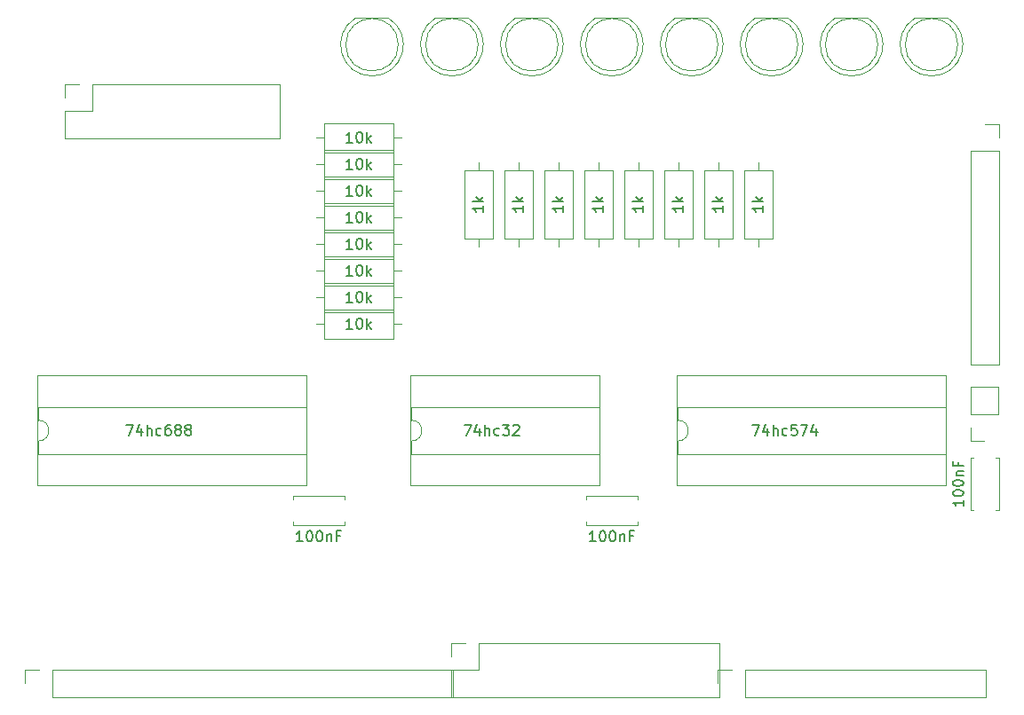
<source format=gbr>
%TF.GenerationSoftware,KiCad,Pcbnew,6.0.11+dfsg-1*%
%TF.CreationDate,2025-09-19T17:12:34+02:00*%
%TF.ProjectId,out,6f75742e-6b69-4636-9164-5f7063625858,rev?*%
%TF.SameCoordinates,Original*%
%TF.FileFunction,Legend,Top*%
%TF.FilePolarity,Positive*%
%FSLAX46Y46*%
G04 Gerber Fmt 4.6, Leading zero omitted, Abs format (unit mm)*
G04 Created by KiCad (PCBNEW 6.0.11+dfsg-1) date 2025-09-19 17:12:34*
%MOMM*%
%LPD*%
G01*
G04 APERTURE LIST*
%ADD10C,0.150000*%
%ADD11C,0.120000*%
G04 APERTURE END LIST*
D10*
%TO.C,1k*%
X145232380Y-85209047D02*
X145232380Y-85780476D01*
X145232380Y-85494761D02*
X144232380Y-85494761D01*
X144375238Y-85590000D01*
X144470476Y-85685238D01*
X144518095Y-85780476D01*
X145232380Y-84780476D02*
X144232380Y-84780476D01*
X144851428Y-84685238D02*
X145232380Y-84399523D01*
X144565714Y-84399523D02*
X144946666Y-84780476D01*
X149042380Y-85209047D02*
X149042380Y-85780476D01*
X149042380Y-85494761D02*
X148042380Y-85494761D01*
X148185238Y-85590000D01*
X148280476Y-85685238D01*
X148328095Y-85780476D01*
X149042380Y-84780476D02*
X148042380Y-84780476D01*
X148661428Y-84685238D02*
X149042380Y-84399523D01*
X148375714Y-84399523D02*
X148756666Y-84780476D01*
%TO.C,74hc32*%
X143407142Y-106132380D02*
X144073809Y-106132380D01*
X143645238Y-107132380D01*
X144883333Y-106465714D02*
X144883333Y-107132380D01*
X144645238Y-106084761D02*
X144407142Y-106799047D01*
X145026190Y-106799047D01*
X145407142Y-107132380D02*
X145407142Y-106132380D01*
X145835714Y-107132380D02*
X145835714Y-106608571D01*
X145788095Y-106513333D01*
X145692857Y-106465714D01*
X145550000Y-106465714D01*
X145454761Y-106513333D01*
X145407142Y-106560952D01*
X146740476Y-107084761D02*
X146645238Y-107132380D01*
X146454761Y-107132380D01*
X146359523Y-107084761D01*
X146311904Y-107037142D01*
X146264285Y-106941904D01*
X146264285Y-106656190D01*
X146311904Y-106560952D01*
X146359523Y-106513333D01*
X146454761Y-106465714D01*
X146645238Y-106465714D01*
X146740476Y-106513333D01*
X147073809Y-106132380D02*
X147692857Y-106132380D01*
X147359523Y-106513333D01*
X147502380Y-106513333D01*
X147597619Y-106560952D01*
X147645238Y-106608571D01*
X147692857Y-106703809D01*
X147692857Y-106941904D01*
X147645238Y-107037142D01*
X147597619Y-107084761D01*
X147502380Y-107132380D01*
X147216666Y-107132380D01*
X147121428Y-107084761D01*
X147073809Y-107037142D01*
X148073809Y-106227619D02*
X148121428Y-106180000D01*
X148216666Y-106132380D01*
X148454761Y-106132380D01*
X148550000Y-106180000D01*
X148597619Y-106227619D01*
X148645238Y-106322857D01*
X148645238Y-106418095D01*
X148597619Y-106560952D01*
X148026190Y-107132380D01*
X148645238Y-107132380D01*
%TO.C,1k*%
X168092380Y-85209047D02*
X168092380Y-85780476D01*
X168092380Y-85494761D02*
X167092380Y-85494761D01*
X167235238Y-85590000D01*
X167330476Y-85685238D01*
X167378095Y-85780476D01*
X168092380Y-84780476D02*
X167092380Y-84780476D01*
X167711428Y-84685238D02*
X168092380Y-84399523D01*
X167425714Y-84399523D02*
X167806666Y-84780476D01*
%TO.C,100nF*%
X127992380Y-117252380D02*
X127420952Y-117252380D01*
X127706666Y-117252380D02*
X127706666Y-116252380D01*
X127611428Y-116395238D01*
X127516190Y-116490476D01*
X127420952Y-116538095D01*
X128611428Y-116252380D02*
X128706666Y-116252380D01*
X128801904Y-116300000D01*
X128849523Y-116347619D01*
X128897142Y-116442857D01*
X128944761Y-116633333D01*
X128944761Y-116871428D01*
X128897142Y-117061904D01*
X128849523Y-117157142D01*
X128801904Y-117204761D01*
X128706666Y-117252380D01*
X128611428Y-117252380D01*
X128516190Y-117204761D01*
X128468571Y-117157142D01*
X128420952Y-117061904D01*
X128373333Y-116871428D01*
X128373333Y-116633333D01*
X128420952Y-116442857D01*
X128468571Y-116347619D01*
X128516190Y-116300000D01*
X128611428Y-116252380D01*
X129563809Y-116252380D02*
X129659047Y-116252380D01*
X129754285Y-116300000D01*
X129801904Y-116347619D01*
X129849523Y-116442857D01*
X129897142Y-116633333D01*
X129897142Y-116871428D01*
X129849523Y-117061904D01*
X129801904Y-117157142D01*
X129754285Y-117204761D01*
X129659047Y-117252380D01*
X129563809Y-117252380D01*
X129468571Y-117204761D01*
X129420952Y-117157142D01*
X129373333Y-117061904D01*
X129325714Y-116871428D01*
X129325714Y-116633333D01*
X129373333Y-116442857D01*
X129420952Y-116347619D01*
X129468571Y-116300000D01*
X129563809Y-116252380D01*
X130325714Y-116585714D02*
X130325714Y-117252380D01*
X130325714Y-116680952D02*
X130373333Y-116633333D01*
X130468571Y-116585714D01*
X130611428Y-116585714D01*
X130706666Y-116633333D01*
X130754285Y-116728571D01*
X130754285Y-117252380D01*
X131563809Y-116728571D02*
X131230476Y-116728571D01*
X131230476Y-117252380D02*
X131230476Y-116252380D01*
X131706666Y-116252380D01*
%TO.C,1k*%
X156662380Y-85209047D02*
X156662380Y-85780476D01*
X156662380Y-85494761D02*
X155662380Y-85494761D01*
X155805238Y-85590000D01*
X155900476Y-85685238D01*
X155948095Y-85780476D01*
X156662380Y-84780476D02*
X155662380Y-84780476D01*
X156281428Y-84685238D02*
X156662380Y-84399523D01*
X155995714Y-84399523D02*
X156376666Y-84780476D01*
%TO.C,10k*%
X132754761Y-94432380D02*
X132183333Y-94432380D01*
X132469047Y-94432380D02*
X132469047Y-93432380D01*
X132373809Y-93575238D01*
X132278571Y-93670476D01*
X132183333Y-93718095D01*
X133373809Y-93432380D02*
X133469047Y-93432380D01*
X133564285Y-93480000D01*
X133611904Y-93527619D01*
X133659523Y-93622857D01*
X133707142Y-93813333D01*
X133707142Y-94051428D01*
X133659523Y-94241904D01*
X133611904Y-94337142D01*
X133564285Y-94384761D01*
X133469047Y-94432380D01*
X133373809Y-94432380D01*
X133278571Y-94384761D01*
X133230952Y-94337142D01*
X133183333Y-94241904D01*
X133135714Y-94051428D01*
X133135714Y-93813333D01*
X133183333Y-93622857D01*
X133230952Y-93527619D01*
X133278571Y-93480000D01*
X133373809Y-93432380D01*
X134135714Y-94432380D02*
X134135714Y-93432380D01*
X134230952Y-94051428D02*
X134516666Y-94432380D01*
X134516666Y-93765714D02*
X134135714Y-94146666D01*
X132754761Y-79192380D02*
X132183333Y-79192380D01*
X132469047Y-79192380D02*
X132469047Y-78192380D01*
X132373809Y-78335238D01*
X132278571Y-78430476D01*
X132183333Y-78478095D01*
X133373809Y-78192380D02*
X133469047Y-78192380D01*
X133564285Y-78240000D01*
X133611904Y-78287619D01*
X133659523Y-78382857D01*
X133707142Y-78573333D01*
X133707142Y-78811428D01*
X133659523Y-79001904D01*
X133611904Y-79097142D01*
X133564285Y-79144761D01*
X133469047Y-79192380D01*
X133373809Y-79192380D01*
X133278571Y-79144761D01*
X133230952Y-79097142D01*
X133183333Y-79001904D01*
X133135714Y-78811428D01*
X133135714Y-78573333D01*
X133183333Y-78382857D01*
X133230952Y-78287619D01*
X133278571Y-78240000D01*
X133373809Y-78192380D01*
X134135714Y-79192380D02*
X134135714Y-78192380D01*
X134230952Y-78811428D02*
X134516666Y-79192380D01*
X134516666Y-78525714D02*
X134135714Y-78906666D01*
X132754761Y-86812380D02*
X132183333Y-86812380D01*
X132469047Y-86812380D02*
X132469047Y-85812380D01*
X132373809Y-85955238D01*
X132278571Y-86050476D01*
X132183333Y-86098095D01*
X133373809Y-85812380D02*
X133469047Y-85812380D01*
X133564285Y-85860000D01*
X133611904Y-85907619D01*
X133659523Y-86002857D01*
X133707142Y-86193333D01*
X133707142Y-86431428D01*
X133659523Y-86621904D01*
X133611904Y-86717142D01*
X133564285Y-86764761D01*
X133469047Y-86812380D01*
X133373809Y-86812380D01*
X133278571Y-86764761D01*
X133230952Y-86717142D01*
X133183333Y-86621904D01*
X133135714Y-86431428D01*
X133135714Y-86193333D01*
X133183333Y-86002857D01*
X133230952Y-85907619D01*
X133278571Y-85860000D01*
X133373809Y-85812380D01*
X134135714Y-86812380D02*
X134135714Y-85812380D01*
X134230952Y-86431428D02*
X134516666Y-86812380D01*
X134516666Y-86145714D02*
X134135714Y-86526666D01*
%TO.C,74hc574*%
X170870952Y-106132380D02*
X171537619Y-106132380D01*
X171109047Y-107132380D01*
X172347142Y-106465714D02*
X172347142Y-107132380D01*
X172109047Y-106084761D02*
X171870952Y-106799047D01*
X172490000Y-106799047D01*
X172870952Y-107132380D02*
X172870952Y-106132380D01*
X173299523Y-107132380D02*
X173299523Y-106608571D01*
X173251904Y-106513333D01*
X173156666Y-106465714D01*
X173013809Y-106465714D01*
X172918571Y-106513333D01*
X172870952Y-106560952D01*
X174204285Y-107084761D02*
X174109047Y-107132380D01*
X173918571Y-107132380D01*
X173823333Y-107084761D01*
X173775714Y-107037142D01*
X173728095Y-106941904D01*
X173728095Y-106656190D01*
X173775714Y-106560952D01*
X173823333Y-106513333D01*
X173918571Y-106465714D01*
X174109047Y-106465714D01*
X174204285Y-106513333D01*
X175109047Y-106132380D02*
X174632857Y-106132380D01*
X174585238Y-106608571D01*
X174632857Y-106560952D01*
X174728095Y-106513333D01*
X174966190Y-106513333D01*
X175061428Y-106560952D01*
X175109047Y-106608571D01*
X175156666Y-106703809D01*
X175156666Y-106941904D01*
X175109047Y-107037142D01*
X175061428Y-107084761D01*
X174966190Y-107132380D01*
X174728095Y-107132380D01*
X174632857Y-107084761D01*
X174585238Y-107037142D01*
X175490000Y-106132380D02*
X176156666Y-106132380D01*
X175728095Y-107132380D01*
X176966190Y-106465714D02*
X176966190Y-107132380D01*
X176728095Y-106084761D02*
X176490000Y-106799047D01*
X177109047Y-106799047D01*
%TO.C,10k*%
X132754761Y-91892380D02*
X132183333Y-91892380D01*
X132469047Y-91892380D02*
X132469047Y-90892380D01*
X132373809Y-91035238D01*
X132278571Y-91130476D01*
X132183333Y-91178095D01*
X133373809Y-90892380D02*
X133469047Y-90892380D01*
X133564285Y-90940000D01*
X133611904Y-90987619D01*
X133659523Y-91082857D01*
X133707142Y-91273333D01*
X133707142Y-91511428D01*
X133659523Y-91701904D01*
X133611904Y-91797142D01*
X133564285Y-91844761D01*
X133469047Y-91892380D01*
X133373809Y-91892380D01*
X133278571Y-91844761D01*
X133230952Y-91797142D01*
X133183333Y-91701904D01*
X133135714Y-91511428D01*
X133135714Y-91273333D01*
X133183333Y-91082857D01*
X133230952Y-90987619D01*
X133278571Y-90940000D01*
X133373809Y-90892380D01*
X134135714Y-91892380D02*
X134135714Y-90892380D01*
X134230952Y-91511428D02*
X134516666Y-91892380D01*
X134516666Y-91225714D02*
X134135714Y-91606666D01*
%TO.C,1k*%
X152852380Y-85209047D02*
X152852380Y-85780476D01*
X152852380Y-85494761D02*
X151852380Y-85494761D01*
X151995238Y-85590000D01*
X152090476Y-85685238D01*
X152138095Y-85780476D01*
X152852380Y-84780476D02*
X151852380Y-84780476D01*
X152471428Y-84685238D02*
X152852380Y-84399523D01*
X152185714Y-84399523D02*
X152566666Y-84780476D01*
X164282380Y-85209047D02*
X164282380Y-85780476D01*
X164282380Y-85494761D02*
X163282380Y-85494761D01*
X163425238Y-85590000D01*
X163520476Y-85685238D01*
X163568095Y-85780476D01*
X164282380Y-84780476D02*
X163282380Y-84780476D01*
X163901428Y-84685238D02*
X164282380Y-84399523D01*
X163615714Y-84399523D02*
X163996666Y-84780476D01*
%TO.C,10k*%
X132754761Y-84272380D02*
X132183333Y-84272380D01*
X132469047Y-84272380D02*
X132469047Y-83272380D01*
X132373809Y-83415238D01*
X132278571Y-83510476D01*
X132183333Y-83558095D01*
X133373809Y-83272380D02*
X133469047Y-83272380D01*
X133564285Y-83320000D01*
X133611904Y-83367619D01*
X133659523Y-83462857D01*
X133707142Y-83653333D01*
X133707142Y-83891428D01*
X133659523Y-84081904D01*
X133611904Y-84177142D01*
X133564285Y-84224761D01*
X133469047Y-84272380D01*
X133373809Y-84272380D01*
X133278571Y-84224761D01*
X133230952Y-84177142D01*
X133183333Y-84081904D01*
X133135714Y-83891428D01*
X133135714Y-83653333D01*
X133183333Y-83462857D01*
X133230952Y-83367619D01*
X133278571Y-83320000D01*
X133373809Y-83272380D01*
X134135714Y-84272380D02*
X134135714Y-83272380D01*
X134230952Y-83891428D02*
X134516666Y-84272380D01*
X134516666Y-83605714D02*
X134135714Y-83986666D01*
X132754761Y-89352380D02*
X132183333Y-89352380D01*
X132469047Y-89352380D02*
X132469047Y-88352380D01*
X132373809Y-88495238D01*
X132278571Y-88590476D01*
X132183333Y-88638095D01*
X133373809Y-88352380D02*
X133469047Y-88352380D01*
X133564285Y-88400000D01*
X133611904Y-88447619D01*
X133659523Y-88542857D01*
X133707142Y-88733333D01*
X133707142Y-88971428D01*
X133659523Y-89161904D01*
X133611904Y-89257142D01*
X133564285Y-89304761D01*
X133469047Y-89352380D01*
X133373809Y-89352380D01*
X133278571Y-89304761D01*
X133230952Y-89257142D01*
X133183333Y-89161904D01*
X133135714Y-88971428D01*
X133135714Y-88733333D01*
X133183333Y-88542857D01*
X133230952Y-88447619D01*
X133278571Y-88400000D01*
X133373809Y-88352380D01*
X134135714Y-89352380D02*
X134135714Y-88352380D01*
X134230952Y-88971428D02*
X134516666Y-89352380D01*
X134516666Y-88685714D02*
X134135714Y-89066666D01*
%TO.C,1k*%
X160472380Y-85209047D02*
X160472380Y-85780476D01*
X160472380Y-85494761D02*
X159472380Y-85494761D01*
X159615238Y-85590000D01*
X159710476Y-85685238D01*
X159758095Y-85780476D01*
X160472380Y-84780476D02*
X159472380Y-84780476D01*
X160091428Y-84685238D02*
X160472380Y-84399523D01*
X159805714Y-84399523D02*
X160186666Y-84780476D01*
%TO.C,10k*%
X132754761Y-96972380D02*
X132183333Y-96972380D01*
X132469047Y-96972380D02*
X132469047Y-95972380D01*
X132373809Y-96115238D01*
X132278571Y-96210476D01*
X132183333Y-96258095D01*
X133373809Y-95972380D02*
X133469047Y-95972380D01*
X133564285Y-96020000D01*
X133611904Y-96067619D01*
X133659523Y-96162857D01*
X133707142Y-96353333D01*
X133707142Y-96591428D01*
X133659523Y-96781904D01*
X133611904Y-96877142D01*
X133564285Y-96924761D01*
X133469047Y-96972380D01*
X133373809Y-96972380D01*
X133278571Y-96924761D01*
X133230952Y-96877142D01*
X133183333Y-96781904D01*
X133135714Y-96591428D01*
X133135714Y-96353333D01*
X133183333Y-96162857D01*
X133230952Y-96067619D01*
X133278571Y-96020000D01*
X133373809Y-95972380D01*
X134135714Y-96972380D02*
X134135714Y-95972380D01*
X134230952Y-96591428D02*
X134516666Y-96972380D01*
X134516666Y-96305714D02*
X134135714Y-96686666D01*
%TO.C,100nF*%
X190992380Y-113307619D02*
X190992380Y-113879047D01*
X190992380Y-113593333D02*
X189992380Y-113593333D01*
X190135238Y-113688571D01*
X190230476Y-113783809D01*
X190278095Y-113879047D01*
X189992380Y-112688571D02*
X189992380Y-112593333D01*
X190040000Y-112498095D01*
X190087619Y-112450476D01*
X190182857Y-112402857D01*
X190373333Y-112355238D01*
X190611428Y-112355238D01*
X190801904Y-112402857D01*
X190897142Y-112450476D01*
X190944761Y-112498095D01*
X190992380Y-112593333D01*
X190992380Y-112688571D01*
X190944761Y-112783809D01*
X190897142Y-112831428D01*
X190801904Y-112879047D01*
X190611428Y-112926666D01*
X190373333Y-112926666D01*
X190182857Y-112879047D01*
X190087619Y-112831428D01*
X190040000Y-112783809D01*
X189992380Y-112688571D01*
X189992380Y-111736190D02*
X189992380Y-111640952D01*
X190040000Y-111545714D01*
X190087619Y-111498095D01*
X190182857Y-111450476D01*
X190373333Y-111402857D01*
X190611428Y-111402857D01*
X190801904Y-111450476D01*
X190897142Y-111498095D01*
X190944761Y-111545714D01*
X190992380Y-111640952D01*
X190992380Y-111736190D01*
X190944761Y-111831428D01*
X190897142Y-111879047D01*
X190801904Y-111926666D01*
X190611428Y-111974285D01*
X190373333Y-111974285D01*
X190182857Y-111926666D01*
X190087619Y-111879047D01*
X190040000Y-111831428D01*
X189992380Y-111736190D01*
X190325714Y-110974285D02*
X190992380Y-110974285D01*
X190420952Y-110974285D02*
X190373333Y-110926666D01*
X190325714Y-110831428D01*
X190325714Y-110688571D01*
X190373333Y-110593333D01*
X190468571Y-110545714D01*
X190992380Y-110545714D01*
X190468571Y-109736190D02*
X190468571Y-110069523D01*
X190992380Y-110069523D02*
X189992380Y-110069523D01*
X189992380Y-109593333D01*
X155932380Y-117252380D02*
X155360952Y-117252380D01*
X155646666Y-117252380D02*
X155646666Y-116252380D01*
X155551428Y-116395238D01*
X155456190Y-116490476D01*
X155360952Y-116538095D01*
X156551428Y-116252380D02*
X156646666Y-116252380D01*
X156741904Y-116300000D01*
X156789523Y-116347619D01*
X156837142Y-116442857D01*
X156884761Y-116633333D01*
X156884761Y-116871428D01*
X156837142Y-117061904D01*
X156789523Y-117157142D01*
X156741904Y-117204761D01*
X156646666Y-117252380D01*
X156551428Y-117252380D01*
X156456190Y-117204761D01*
X156408571Y-117157142D01*
X156360952Y-117061904D01*
X156313333Y-116871428D01*
X156313333Y-116633333D01*
X156360952Y-116442857D01*
X156408571Y-116347619D01*
X156456190Y-116300000D01*
X156551428Y-116252380D01*
X157503809Y-116252380D02*
X157599047Y-116252380D01*
X157694285Y-116300000D01*
X157741904Y-116347619D01*
X157789523Y-116442857D01*
X157837142Y-116633333D01*
X157837142Y-116871428D01*
X157789523Y-117061904D01*
X157741904Y-117157142D01*
X157694285Y-117204761D01*
X157599047Y-117252380D01*
X157503809Y-117252380D01*
X157408571Y-117204761D01*
X157360952Y-117157142D01*
X157313333Y-117061904D01*
X157265714Y-116871428D01*
X157265714Y-116633333D01*
X157313333Y-116442857D01*
X157360952Y-116347619D01*
X157408571Y-116300000D01*
X157503809Y-116252380D01*
X158265714Y-116585714D02*
X158265714Y-117252380D01*
X158265714Y-116680952D02*
X158313333Y-116633333D01*
X158408571Y-116585714D01*
X158551428Y-116585714D01*
X158646666Y-116633333D01*
X158694285Y-116728571D01*
X158694285Y-117252380D01*
X159503809Y-116728571D02*
X159170476Y-116728571D01*
X159170476Y-117252380D02*
X159170476Y-116252380D01*
X159646666Y-116252380D01*
%TO.C,1k*%
X171902380Y-85209047D02*
X171902380Y-85780476D01*
X171902380Y-85494761D02*
X170902380Y-85494761D01*
X171045238Y-85590000D01*
X171140476Y-85685238D01*
X171188095Y-85780476D01*
X171902380Y-84780476D02*
X170902380Y-84780476D01*
X171521428Y-84685238D02*
X171902380Y-84399523D01*
X171235714Y-84399523D02*
X171616666Y-84780476D01*
%TO.C,74hc688*%
X111180952Y-106132380D02*
X111847619Y-106132380D01*
X111419047Y-107132380D01*
X112657142Y-106465714D02*
X112657142Y-107132380D01*
X112419047Y-106084761D02*
X112180952Y-106799047D01*
X112800000Y-106799047D01*
X113180952Y-107132380D02*
X113180952Y-106132380D01*
X113609523Y-107132380D02*
X113609523Y-106608571D01*
X113561904Y-106513333D01*
X113466666Y-106465714D01*
X113323809Y-106465714D01*
X113228571Y-106513333D01*
X113180952Y-106560952D01*
X114514285Y-107084761D02*
X114419047Y-107132380D01*
X114228571Y-107132380D01*
X114133333Y-107084761D01*
X114085714Y-107037142D01*
X114038095Y-106941904D01*
X114038095Y-106656190D01*
X114085714Y-106560952D01*
X114133333Y-106513333D01*
X114228571Y-106465714D01*
X114419047Y-106465714D01*
X114514285Y-106513333D01*
X115371428Y-106132380D02*
X115180952Y-106132380D01*
X115085714Y-106180000D01*
X115038095Y-106227619D01*
X114942857Y-106370476D01*
X114895238Y-106560952D01*
X114895238Y-106941904D01*
X114942857Y-107037142D01*
X114990476Y-107084761D01*
X115085714Y-107132380D01*
X115276190Y-107132380D01*
X115371428Y-107084761D01*
X115419047Y-107037142D01*
X115466666Y-106941904D01*
X115466666Y-106703809D01*
X115419047Y-106608571D01*
X115371428Y-106560952D01*
X115276190Y-106513333D01*
X115085714Y-106513333D01*
X114990476Y-106560952D01*
X114942857Y-106608571D01*
X114895238Y-106703809D01*
X116038095Y-106560952D02*
X115942857Y-106513333D01*
X115895238Y-106465714D01*
X115847619Y-106370476D01*
X115847619Y-106322857D01*
X115895238Y-106227619D01*
X115942857Y-106180000D01*
X116038095Y-106132380D01*
X116228571Y-106132380D01*
X116323809Y-106180000D01*
X116371428Y-106227619D01*
X116419047Y-106322857D01*
X116419047Y-106370476D01*
X116371428Y-106465714D01*
X116323809Y-106513333D01*
X116228571Y-106560952D01*
X116038095Y-106560952D01*
X115942857Y-106608571D01*
X115895238Y-106656190D01*
X115847619Y-106751428D01*
X115847619Y-106941904D01*
X115895238Y-107037142D01*
X115942857Y-107084761D01*
X116038095Y-107132380D01*
X116228571Y-107132380D01*
X116323809Y-107084761D01*
X116371428Y-107037142D01*
X116419047Y-106941904D01*
X116419047Y-106751428D01*
X116371428Y-106656190D01*
X116323809Y-106608571D01*
X116228571Y-106560952D01*
X116990476Y-106560952D02*
X116895238Y-106513333D01*
X116847619Y-106465714D01*
X116800000Y-106370476D01*
X116800000Y-106322857D01*
X116847619Y-106227619D01*
X116895238Y-106180000D01*
X116990476Y-106132380D01*
X117180952Y-106132380D01*
X117276190Y-106180000D01*
X117323809Y-106227619D01*
X117371428Y-106322857D01*
X117371428Y-106370476D01*
X117323809Y-106465714D01*
X117276190Y-106513333D01*
X117180952Y-106560952D01*
X116990476Y-106560952D01*
X116895238Y-106608571D01*
X116847619Y-106656190D01*
X116800000Y-106751428D01*
X116800000Y-106941904D01*
X116847619Y-107037142D01*
X116895238Y-107084761D01*
X116990476Y-107132380D01*
X117180952Y-107132380D01*
X117276190Y-107084761D01*
X117323809Y-107037142D01*
X117371428Y-106941904D01*
X117371428Y-106751428D01*
X117323809Y-106656190D01*
X117276190Y-106608571D01*
X117180952Y-106560952D01*
%TO.C,10k*%
X132754761Y-81732380D02*
X132183333Y-81732380D01*
X132469047Y-81732380D02*
X132469047Y-80732380D01*
X132373809Y-80875238D01*
X132278571Y-80970476D01*
X132183333Y-81018095D01*
X133373809Y-80732380D02*
X133469047Y-80732380D01*
X133564285Y-80780000D01*
X133611904Y-80827619D01*
X133659523Y-80922857D01*
X133707142Y-81113333D01*
X133707142Y-81351428D01*
X133659523Y-81541904D01*
X133611904Y-81637142D01*
X133564285Y-81684761D01*
X133469047Y-81732380D01*
X133373809Y-81732380D01*
X133278571Y-81684761D01*
X133230952Y-81637142D01*
X133183333Y-81541904D01*
X133135714Y-81351428D01*
X133135714Y-81113333D01*
X133183333Y-80922857D01*
X133230952Y-80827619D01*
X133278571Y-80780000D01*
X133373809Y-80732380D01*
X134135714Y-81732380D02*
X134135714Y-80732380D01*
X134230952Y-81351428D02*
X134516666Y-81732380D01*
X134516666Y-81065714D02*
X134135714Y-81446666D01*
D11*
%TO.C,REF\u002A\u002A*%
X170180000Y-132140000D02*
X193100000Y-132140000D01*
X167580000Y-129480000D02*
X168910000Y-129480000D01*
X167580000Y-130810000D02*
X167580000Y-129480000D01*
X170180000Y-132140000D02*
X170180000Y-129480000D01*
X193100000Y-132140000D02*
X193100000Y-129480000D01*
X170180000Y-129480000D02*
X193100000Y-129480000D01*
X142180000Y-132140000D02*
X142180000Y-129540000D01*
X167700000Y-132140000D02*
X167700000Y-126940000D01*
X144780000Y-126940000D02*
X167700000Y-126940000D01*
X144780000Y-129540000D02*
X144780000Y-126940000D01*
X142180000Y-126940000D02*
X143510000Y-126940000D01*
X142180000Y-132140000D02*
X167700000Y-132140000D01*
X142180000Y-129540000D02*
X144780000Y-129540000D01*
X142180000Y-128270000D02*
X142180000Y-126940000D01*
%TO.C,1k*%
X144780000Y-81050000D02*
X144780000Y-81820000D01*
X146150000Y-81820000D02*
X143410000Y-81820000D01*
X143410000Y-81820000D02*
X143410000Y-88360000D01*
X146150000Y-88360000D02*
X146150000Y-81820000D01*
X143410000Y-88360000D02*
X146150000Y-88360000D01*
X144780000Y-89130000D02*
X144780000Y-88360000D01*
X148590000Y-81050000D02*
X148590000Y-81820000D01*
X149960000Y-81820000D02*
X147220000Y-81820000D01*
X147220000Y-81820000D02*
X147220000Y-88360000D01*
X149960000Y-88360000D02*
X149960000Y-81820000D01*
X147220000Y-88360000D02*
X149960000Y-88360000D01*
X148590000Y-89130000D02*
X148590000Y-88360000D01*
%TO.C,74hc32*%
X156270000Y-104430000D02*
X138370000Y-104430000D01*
X156330000Y-111930000D02*
X156330000Y-101430000D01*
X138370000Y-107680000D02*
X138370000Y-108930000D01*
X138310000Y-111930000D02*
X156330000Y-111930000D01*
X138310000Y-101430000D02*
X138310000Y-111930000D01*
X156270000Y-108930000D02*
X156270000Y-104430000D01*
X138370000Y-104430000D02*
X138370000Y-105680000D01*
X138370000Y-108930000D02*
X156270000Y-108930000D01*
X156330000Y-101430000D02*
X138310000Y-101430000D01*
X138370000Y-107680000D02*
G75*
G03*
X138370000Y-105680000I0J1000000D01*
G01*
%TO.C,REF\u002A\u002A*%
X181885000Y-67290000D02*
X178795000Y-67290000D01*
X178795170Y-67290000D02*
G75*
G03*
X180340462Y-72840000I1544830J-2560000D01*
G01*
X180339538Y-72840000D02*
G75*
G03*
X181884830Y-67290000I462J2990000D01*
G01*
X182840000Y-69850000D02*
G75*
G03*
X182840000Y-69850000I-2500000J0D01*
G01*
X191660000Y-105092500D02*
X191660000Y-102492500D01*
X194320000Y-105092500D02*
X194320000Y-102492500D01*
X194320000Y-102492500D02*
X191660000Y-102492500D01*
X191660000Y-107692500D02*
X191660000Y-106362500D01*
X192990000Y-107692500D02*
X191660000Y-107692500D01*
X194320000Y-105092500D02*
X191660000Y-105092500D01*
X143785000Y-67290000D02*
X140695000Y-67290000D01*
X140695170Y-67290000D02*
G75*
G03*
X142240462Y-72840000I1544830J-2560000D01*
G01*
X142239538Y-72840000D02*
G75*
G03*
X143784830Y-67290000I462J2990000D01*
G01*
X144740000Y-69850000D02*
G75*
G03*
X144740000Y-69850000I-2500000J0D01*
G01*
X105350000Y-73600000D02*
X106680000Y-73600000D01*
X105350000Y-78800000D02*
X125790000Y-78800000D01*
X125790000Y-78800000D02*
X125790000Y-73600000D01*
X105350000Y-78800000D02*
X105350000Y-76200000D01*
X107950000Y-73600000D02*
X125790000Y-73600000D01*
X107950000Y-76200000D02*
X107950000Y-73600000D01*
X105350000Y-74930000D02*
X105350000Y-73600000D01*
X105350000Y-76200000D02*
X107950000Y-76200000D01*
%TO.C,1k*%
X167640000Y-81050000D02*
X167640000Y-81820000D01*
X169010000Y-81820000D02*
X166270000Y-81820000D01*
X166270000Y-81820000D02*
X166270000Y-88360000D01*
X169010000Y-88360000D02*
X169010000Y-81820000D01*
X166270000Y-88360000D02*
X169010000Y-88360000D01*
X167640000Y-89130000D02*
X167640000Y-88360000D01*
%TO.C,100nF*%
X132010000Y-113245000D02*
X132010000Y-112930000D01*
X132010000Y-115670000D02*
X132010000Y-115355000D01*
X127070000Y-115670000D02*
X127070000Y-115355000D01*
X132010000Y-115670000D02*
X127070000Y-115670000D01*
X132010000Y-112930000D02*
X127070000Y-112930000D01*
X127070000Y-113245000D02*
X127070000Y-112930000D01*
%TO.C,1k*%
X156210000Y-81050000D02*
X156210000Y-81820000D01*
X157580000Y-81820000D02*
X154840000Y-81820000D01*
X154840000Y-81820000D02*
X154840000Y-88360000D01*
X157580000Y-88360000D02*
X157580000Y-81820000D01*
X154840000Y-88360000D02*
X157580000Y-88360000D01*
X156210000Y-89130000D02*
X156210000Y-88360000D01*
%TO.C,10k*%
X129310000Y-93980000D02*
X130080000Y-93980000D01*
X130080000Y-92610000D02*
X130080000Y-95350000D01*
X130080000Y-95350000D02*
X136620000Y-95350000D01*
X136620000Y-92610000D02*
X130080000Y-92610000D01*
X136620000Y-95350000D02*
X136620000Y-92610000D01*
X137390000Y-93980000D02*
X136620000Y-93980000D01*
X129310000Y-78740000D02*
X130080000Y-78740000D01*
X130080000Y-77370000D02*
X130080000Y-80110000D01*
X130080000Y-80110000D02*
X136620000Y-80110000D01*
X136620000Y-77370000D02*
X130080000Y-77370000D01*
X136620000Y-80110000D02*
X136620000Y-77370000D01*
X137390000Y-78740000D02*
X136620000Y-78740000D01*
X129310000Y-86360000D02*
X130080000Y-86360000D01*
X130080000Y-84990000D02*
X130080000Y-87730000D01*
X130080000Y-87730000D02*
X136620000Y-87730000D01*
X136620000Y-84990000D02*
X130080000Y-84990000D01*
X136620000Y-87730000D02*
X136620000Y-84990000D01*
X137390000Y-86360000D02*
X136620000Y-86360000D01*
%TO.C,REF\u002A\u002A*%
X151405000Y-67290000D02*
X148315000Y-67290000D01*
X148315170Y-67290000D02*
G75*
G03*
X149860462Y-72840000I1544830J-2560000D01*
G01*
X149859538Y-72840000D02*
G75*
G03*
X151404830Y-67290000I462J2990000D01*
G01*
X152360000Y-69850000D02*
G75*
G03*
X152360000Y-69850000I-2500000J0D01*
G01*
%TO.C,74hc574*%
X189350000Y-111930000D02*
X189350000Y-101430000D01*
X163770000Y-104430000D02*
X163770000Y-105680000D01*
X163710000Y-101430000D02*
X163710000Y-111930000D01*
X189290000Y-104430000D02*
X163770000Y-104430000D01*
X189350000Y-101430000D02*
X163710000Y-101430000D01*
X163770000Y-108930000D02*
X189290000Y-108930000D01*
X163710000Y-111930000D02*
X189350000Y-111930000D01*
X189290000Y-108930000D02*
X189290000Y-104430000D01*
X163770000Y-107680000D02*
X163770000Y-108930000D01*
X163770000Y-107680000D02*
G75*
G03*
X163770000Y-105680000I0J1000000D01*
G01*
%TO.C,10k*%
X129310000Y-91440000D02*
X130080000Y-91440000D01*
X130080000Y-90070000D02*
X130080000Y-92810000D01*
X130080000Y-92810000D02*
X136620000Y-92810000D01*
X136620000Y-90070000D02*
X130080000Y-90070000D01*
X136620000Y-92810000D02*
X136620000Y-90070000D01*
X137390000Y-91440000D02*
X136620000Y-91440000D01*
%TO.C,1k*%
X152400000Y-81050000D02*
X152400000Y-81820000D01*
X153770000Y-81820000D02*
X151030000Y-81820000D01*
X151030000Y-81820000D02*
X151030000Y-88360000D01*
X153770000Y-88360000D02*
X153770000Y-81820000D01*
X151030000Y-88360000D02*
X153770000Y-88360000D01*
X152400000Y-89130000D02*
X152400000Y-88360000D01*
X163830000Y-81050000D02*
X163830000Y-81820000D01*
X165200000Y-81820000D02*
X162460000Y-81820000D01*
X162460000Y-81820000D02*
X162460000Y-88360000D01*
X165200000Y-88360000D02*
X165200000Y-81820000D01*
X162460000Y-88360000D02*
X165200000Y-88360000D01*
X163830000Y-89130000D02*
X163830000Y-88360000D01*
%TO.C,10k*%
X129310000Y-83820000D02*
X130080000Y-83820000D01*
X130080000Y-82450000D02*
X130080000Y-85190000D01*
X130080000Y-85190000D02*
X136620000Y-85190000D01*
X136620000Y-82450000D02*
X130080000Y-82450000D01*
X136620000Y-85190000D02*
X136620000Y-82450000D01*
X137390000Y-83820000D02*
X136620000Y-83820000D01*
%TO.C,REF\u002A\u002A*%
X159025000Y-67290000D02*
X155935000Y-67290000D01*
X155935170Y-67290000D02*
G75*
G03*
X157480462Y-72840000I1544830J-2560000D01*
G01*
X157479538Y-72840000D02*
G75*
G03*
X159024830Y-67290000I462J2990000D01*
G01*
X159980000Y-69850000D02*
G75*
G03*
X159980000Y-69850000I-2500000J0D01*
G01*
X166645000Y-67290000D02*
X163555000Y-67290000D01*
X163555170Y-67290000D02*
G75*
G03*
X165100462Y-72840000I1544830J-2560000D01*
G01*
X165099538Y-72840000D02*
G75*
G03*
X166644830Y-67290000I462J2990000D01*
G01*
X167600000Y-69850000D02*
G75*
G03*
X167600000Y-69850000I-2500000J0D01*
G01*
X191710000Y-100390000D02*
X194370000Y-100390000D01*
X193040000Y-77410000D02*
X194370000Y-77410000D01*
X191710000Y-80010000D02*
X191710000Y-100390000D01*
X194370000Y-77410000D02*
X194370000Y-78740000D01*
X191710000Y-80010000D02*
X194370000Y-80010000D01*
X194370000Y-80010000D02*
X194370000Y-100390000D01*
%TO.C,10k*%
X129310000Y-88900000D02*
X130080000Y-88900000D01*
X130080000Y-87530000D02*
X130080000Y-90270000D01*
X130080000Y-90270000D02*
X136620000Y-90270000D01*
X136620000Y-87530000D02*
X130080000Y-87530000D01*
X136620000Y-90270000D02*
X136620000Y-87530000D01*
X137390000Y-88900000D02*
X136620000Y-88900000D01*
%TO.C,REF\u002A\u002A*%
X189505000Y-67290000D02*
X186415000Y-67290000D01*
X186415170Y-67290000D02*
G75*
G03*
X187960462Y-72840000I1544830J-2560000D01*
G01*
X187959538Y-72840000D02*
G75*
G03*
X189504830Y-67290000I462J2990000D01*
G01*
X190460000Y-69850000D02*
G75*
G03*
X190460000Y-69850000I-2500000J0D01*
G01*
X136165000Y-67290000D02*
X133075000Y-67290000D01*
X133075170Y-67290000D02*
G75*
G03*
X134620462Y-72840000I1544830J-2560000D01*
G01*
X134619538Y-72840000D02*
G75*
G03*
X136164830Y-67290000I462J2990000D01*
G01*
X137120000Y-69850000D02*
G75*
G03*
X137120000Y-69850000I-2500000J0D01*
G01*
%TO.C,1k*%
X160020000Y-81050000D02*
X160020000Y-81820000D01*
X161390000Y-81820000D02*
X158650000Y-81820000D01*
X158650000Y-81820000D02*
X158650000Y-88360000D01*
X161390000Y-88360000D02*
X161390000Y-81820000D01*
X158650000Y-88360000D02*
X161390000Y-88360000D01*
X160020000Y-89130000D02*
X160020000Y-88360000D01*
%TO.C,10k*%
X129310000Y-96520000D02*
X130080000Y-96520000D01*
X130080000Y-95150000D02*
X130080000Y-97890000D01*
X130080000Y-97890000D02*
X136620000Y-97890000D01*
X136620000Y-95150000D02*
X130080000Y-95150000D01*
X136620000Y-97890000D02*
X136620000Y-95150000D01*
X137390000Y-96520000D02*
X136620000Y-96520000D01*
%TO.C,REF\u002A\u002A*%
X174265000Y-67290000D02*
X171175000Y-67290000D01*
X171175170Y-67290000D02*
G75*
G03*
X172720462Y-72840000I1544830J-2560000D01*
G01*
X172719538Y-72840000D02*
G75*
G03*
X174264830Y-67290000I462J2990000D01*
G01*
X175220000Y-69850000D02*
G75*
G03*
X175220000Y-69850000I-2500000J0D01*
G01*
%TO.C,100nF*%
X194095000Y-114230000D02*
X194410000Y-114230000D01*
X191670000Y-114230000D02*
X191985000Y-114230000D01*
X191670000Y-109290000D02*
X191985000Y-109290000D01*
X191670000Y-114230000D02*
X191670000Y-109290000D01*
X194410000Y-114230000D02*
X194410000Y-109290000D01*
X194095000Y-109290000D02*
X194410000Y-109290000D01*
X159950000Y-113245000D02*
X159950000Y-112930000D01*
X159950000Y-115670000D02*
X159950000Y-115355000D01*
X155010000Y-115670000D02*
X155010000Y-115355000D01*
X159950000Y-115670000D02*
X155010000Y-115670000D01*
X159950000Y-112930000D02*
X155010000Y-112930000D01*
X155010000Y-113245000D02*
X155010000Y-112930000D01*
%TO.C,1k*%
X171450000Y-81050000D02*
X171450000Y-81820000D01*
X172820000Y-81820000D02*
X170080000Y-81820000D01*
X170080000Y-81820000D02*
X170080000Y-88360000D01*
X172820000Y-88360000D02*
X172820000Y-81820000D01*
X170080000Y-88360000D02*
X172820000Y-88360000D01*
X171450000Y-89130000D02*
X171450000Y-88360000D01*
%TO.C,74hc688*%
X128330000Y-108930000D02*
X128330000Y-104430000D01*
X128390000Y-101430000D02*
X102750000Y-101430000D01*
X102750000Y-101430000D02*
X102750000Y-111930000D01*
X128390000Y-111930000D02*
X128390000Y-101430000D01*
X102750000Y-111930000D02*
X128390000Y-111930000D01*
X102810000Y-107680000D02*
X102810000Y-108930000D01*
X102810000Y-108930000D02*
X128330000Y-108930000D01*
X102810000Y-104430000D02*
X102810000Y-105680000D01*
X128330000Y-104430000D02*
X102810000Y-104430000D01*
X102810000Y-107680000D02*
G75*
G03*
X102810000Y-105680000I0J1000000D01*
G01*
%TO.C,REF\u002A\u002A*%
X101540000Y-130810000D02*
X101540000Y-129480000D01*
X104140000Y-132140000D02*
X142300000Y-132140000D01*
X104140000Y-132140000D02*
X104140000Y-129480000D01*
X142300000Y-132140000D02*
X142300000Y-129480000D01*
X101540000Y-129480000D02*
X102870000Y-129480000D01*
X104140000Y-129480000D02*
X142300000Y-129480000D01*
%TO.C,10k*%
X129310000Y-81280000D02*
X130080000Y-81280000D01*
X130080000Y-79910000D02*
X130080000Y-82650000D01*
X130080000Y-82650000D02*
X136620000Y-82650000D01*
X136620000Y-79910000D02*
X130080000Y-79910000D01*
X136620000Y-82650000D02*
X136620000Y-79910000D01*
X137390000Y-81280000D02*
X136620000Y-81280000D01*
%TD*%
M02*

</source>
